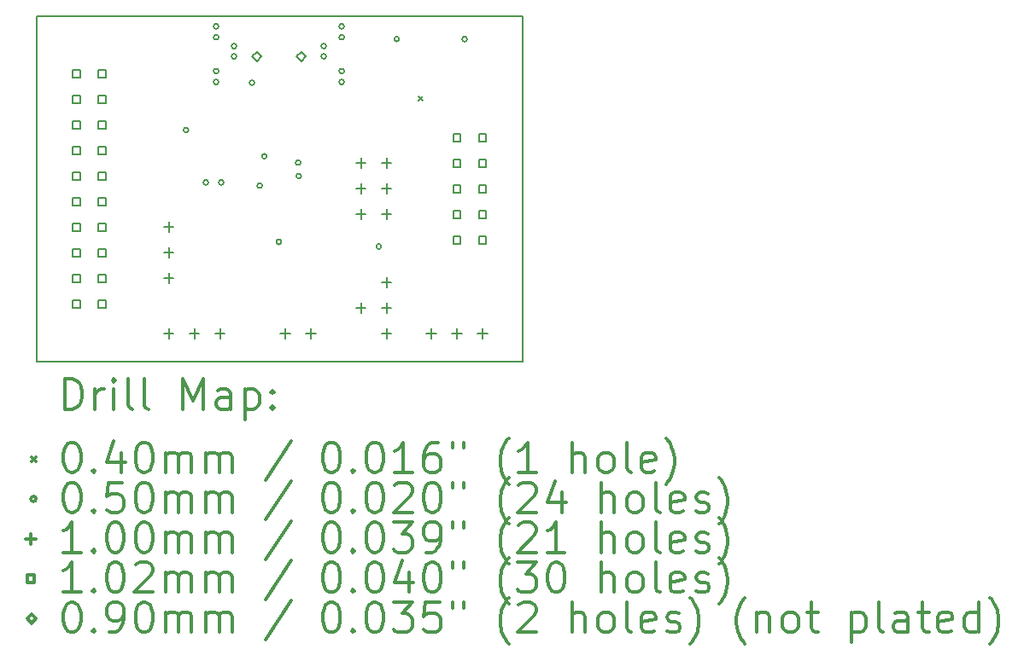
<source format=gbr>
%FSLAX45Y45*%
G04 Gerber Fmt 4.5, Leading zero omitted, Abs format (unit mm)*
G04 Created by KiCad (PCBNEW (2017-05-12 revision b823d0b78)-makepkg) date 05/13/17 14:09:14*
%MOMM*%
%LPD*%
G01*
G04 APERTURE LIST*
%ADD10C,0.127000*%
%ADD11C,0.150000*%
%ADD12C,0.200000*%
%ADD13C,0.300000*%
G04 APERTURE END LIST*
D10*
D11*
X10033000Y-6540500D02*
X5219700Y-6540500D01*
X10033000Y-9969500D02*
X10033000Y-6540500D01*
X5219700Y-9969500D02*
X10033000Y-9969500D01*
X5219700Y-6540500D02*
X5219700Y-9969500D01*
D12*
X9007160Y-7340920D02*
X9047160Y-7380920D01*
X9047160Y-7340920D02*
X9007160Y-7380920D01*
X6724250Y-7670800D02*
G75*
G03X6724250Y-7670800I-25000J0D01*
G01*
X6921100Y-8191500D02*
G75*
G03X6921100Y-8191500I-25000J0D01*
G01*
X7022700Y-6642100D02*
G75*
G03X7022700Y-6642100I-25000J0D01*
G01*
X7022700Y-6750050D02*
G75*
G03X7022700Y-6750050I-25000J0D01*
G01*
X7022700Y-7086600D02*
G75*
G03X7022700Y-7086600I-25000J0D01*
G01*
X7022700Y-7194550D02*
G75*
G03X7022700Y-7194550I-25000J0D01*
G01*
X7073500Y-8191500D02*
G75*
G03X7073500Y-8191500I-25000J0D01*
G01*
X7200000Y-6838950D02*
G75*
G03X7200000Y-6838950I-25000J0D01*
G01*
X7200000Y-6940550D02*
G75*
G03X7200000Y-6940550I-25000J0D01*
G01*
X7378300Y-7201500D02*
G75*
G03X7378300Y-7201500I-25000J0D01*
G01*
X7454500Y-8223250D02*
G75*
G03X7454500Y-8223250I-25000J0D01*
G01*
X7499470Y-7931630D02*
G75*
G03X7499470Y-7931630I-25000J0D01*
G01*
X7645000Y-8782050D02*
G75*
G03X7645000Y-8782050I-25000J0D01*
G01*
X7835500Y-7994650D02*
G75*
G03X7835500Y-7994650I-25000J0D01*
G01*
X7841850Y-8128000D02*
G75*
G03X7841850Y-8128000I-25000J0D01*
G01*
X8090000Y-6838950D02*
G75*
G03X8090000Y-6838950I-25000J0D01*
G01*
X8090000Y-6940550D02*
G75*
G03X8090000Y-6940550I-25000J0D01*
G01*
X8267300Y-6642100D02*
G75*
G03X8267300Y-6642100I-25000J0D01*
G01*
X8267300Y-6750050D02*
G75*
G03X8267300Y-6750050I-25000J0D01*
G01*
X8267300Y-7086600D02*
G75*
G03X8267300Y-7086600I-25000J0D01*
G01*
X8267300Y-7194550D02*
G75*
G03X8267300Y-7194550I-25000J0D01*
G01*
X8635600Y-8827353D02*
G75*
G03X8635600Y-8827353I-25000J0D01*
G01*
X8813400Y-6769100D02*
G75*
G03X8813400Y-6769100I-25000J0D01*
G01*
X9486500Y-6769100D02*
G75*
G03X9486500Y-6769100I-25000J0D01*
G01*
X7683500Y-9640100D02*
X7683500Y-9740100D01*
X7633500Y-9690100D02*
X7733500Y-9690100D01*
X7937500Y-9640100D02*
X7937500Y-9740100D01*
X7887500Y-9690100D02*
X7987500Y-9690100D01*
X6527800Y-9640100D02*
X6527800Y-9740100D01*
X6477800Y-9690100D02*
X6577800Y-9690100D01*
X6781800Y-9640100D02*
X6781800Y-9740100D01*
X6731800Y-9690100D02*
X6831800Y-9690100D01*
X7035800Y-9640100D02*
X7035800Y-9740100D01*
X6985800Y-9690100D02*
X7085800Y-9690100D01*
X8432800Y-9386100D02*
X8432800Y-9486100D01*
X8382800Y-9436100D02*
X8482800Y-9436100D01*
X8686800Y-9132100D02*
X8686800Y-9232100D01*
X8636800Y-9182100D02*
X8736800Y-9182100D01*
X8686800Y-9386100D02*
X8686800Y-9486100D01*
X8636800Y-9436100D02*
X8736800Y-9436100D01*
X8686800Y-9640100D02*
X8686800Y-9740100D01*
X8636800Y-9690100D02*
X8736800Y-9690100D01*
X9131300Y-9640100D02*
X9131300Y-9740100D01*
X9081300Y-9690100D02*
X9181300Y-9690100D01*
X9385300Y-9640100D02*
X9385300Y-9740100D01*
X9335300Y-9690100D02*
X9435300Y-9690100D01*
X9639300Y-9640100D02*
X9639300Y-9740100D01*
X9589300Y-9690100D02*
X9689300Y-9690100D01*
X8432800Y-7951000D02*
X8432800Y-8051000D01*
X8382800Y-8001000D02*
X8482800Y-8001000D01*
X8432800Y-8205000D02*
X8432800Y-8305000D01*
X8382800Y-8255000D02*
X8482800Y-8255000D01*
X8432800Y-8459000D02*
X8432800Y-8559000D01*
X8382800Y-8509000D02*
X8482800Y-8509000D01*
X8686800Y-7951000D02*
X8686800Y-8051000D01*
X8636800Y-8001000D02*
X8736800Y-8001000D01*
X8686800Y-8205000D02*
X8686800Y-8305000D01*
X8636800Y-8255000D02*
X8736800Y-8255000D01*
X8686800Y-8459000D02*
X8686800Y-8559000D01*
X8636800Y-8509000D02*
X8736800Y-8509000D01*
X6527800Y-8586000D02*
X6527800Y-8686000D01*
X6477800Y-8636000D02*
X6577800Y-8636000D01*
X6527800Y-8840000D02*
X6527800Y-8940000D01*
X6477800Y-8890000D02*
X6577800Y-8890000D01*
X6527800Y-9094000D02*
X6527800Y-9194000D01*
X6477800Y-9144000D02*
X6577800Y-9144000D01*
X9421221Y-7782921D02*
X9421221Y-7711079D01*
X9349379Y-7711079D01*
X9349379Y-7782921D01*
X9421221Y-7782921D01*
X9421221Y-8036921D02*
X9421221Y-7965079D01*
X9349379Y-7965079D01*
X9349379Y-8036921D01*
X9421221Y-8036921D01*
X9421221Y-8290921D02*
X9421221Y-8219079D01*
X9349379Y-8219079D01*
X9349379Y-8290921D01*
X9421221Y-8290921D01*
X9421221Y-8544921D02*
X9421221Y-8473079D01*
X9349379Y-8473079D01*
X9349379Y-8544921D01*
X9421221Y-8544921D01*
X9421221Y-8798921D02*
X9421221Y-8727079D01*
X9349379Y-8727079D01*
X9349379Y-8798921D01*
X9421221Y-8798921D01*
X9675221Y-7782921D02*
X9675221Y-7711079D01*
X9603379Y-7711079D01*
X9603379Y-7782921D01*
X9675221Y-7782921D01*
X9675221Y-8036921D02*
X9675221Y-7965079D01*
X9603379Y-7965079D01*
X9603379Y-8036921D01*
X9675221Y-8036921D01*
X9675221Y-8290921D02*
X9675221Y-8219079D01*
X9603379Y-8219079D01*
X9603379Y-8290921D01*
X9675221Y-8290921D01*
X9675221Y-8544921D02*
X9675221Y-8473079D01*
X9603379Y-8473079D01*
X9603379Y-8544921D01*
X9675221Y-8544921D01*
X9675221Y-8798921D02*
X9675221Y-8727079D01*
X9603379Y-8727079D01*
X9603379Y-8798921D01*
X9675221Y-8798921D01*
X5649321Y-7147921D02*
X5649321Y-7076079D01*
X5577479Y-7076079D01*
X5577479Y-7147921D01*
X5649321Y-7147921D01*
X5649321Y-7401921D02*
X5649321Y-7330079D01*
X5577479Y-7330079D01*
X5577479Y-7401921D01*
X5649321Y-7401921D01*
X5649321Y-7655921D02*
X5649321Y-7584079D01*
X5577479Y-7584079D01*
X5577479Y-7655921D01*
X5649321Y-7655921D01*
X5649321Y-7909921D02*
X5649321Y-7838079D01*
X5577479Y-7838079D01*
X5577479Y-7909921D01*
X5649321Y-7909921D01*
X5649321Y-8163921D02*
X5649321Y-8092079D01*
X5577479Y-8092079D01*
X5577479Y-8163921D01*
X5649321Y-8163921D01*
X5649321Y-8417921D02*
X5649321Y-8346079D01*
X5577479Y-8346079D01*
X5577479Y-8417921D01*
X5649321Y-8417921D01*
X5649321Y-8671921D02*
X5649321Y-8600079D01*
X5577479Y-8600079D01*
X5577479Y-8671921D01*
X5649321Y-8671921D01*
X5649321Y-8925921D02*
X5649321Y-8854079D01*
X5577479Y-8854079D01*
X5577479Y-8925921D01*
X5649321Y-8925921D01*
X5649321Y-9179921D02*
X5649321Y-9108079D01*
X5577479Y-9108079D01*
X5577479Y-9179921D01*
X5649321Y-9179921D01*
X5649321Y-9433921D02*
X5649321Y-9362079D01*
X5577479Y-9362079D01*
X5577479Y-9433921D01*
X5649321Y-9433921D01*
X5903321Y-7147921D02*
X5903321Y-7076079D01*
X5831479Y-7076079D01*
X5831479Y-7147921D01*
X5903321Y-7147921D01*
X5903321Y-7401921D02*
X5903321Y-7330079D01*
X5831479Y-7330079D01*
X5831479Y-7401921D01*
X5903321Y-7401921D01*
X5903321Y-7655921D02*
X5903321Y-7584079D01*
X5831479Y-7584079D01*
X5831479Y-7655921D01*
X5903321Y-7655921D01*
X5903321Y-7909921D02*
X5903321Y-7838079D01*
X5831479Y-7838079D01*
X5831479Y-7909921D01*
X5903321Y-7909921D01*
X5903321Y-8163921D02*
X5903321Y-8092079D01*
X5831479Y-8092079D01*
X5831479Y-8163921D01*
X5903321Y-8163921D01*
X5903321Y-8417921D02*
X5903321Y-8346079D01*
X5831479Y-8346079D01*
X5831479Y-8417921D01*
X5903321Y-8417921D01*
X5903321Y-8671921D02*
X5903321Y-8600079D01*
X5831479Y-8600079D01*
X5831479Y-8671921D01*
X5903321Y-8671921D01*
X5903321Y-8925921D02*
X5903321Y-8854079D01*
X5831479Y-8854079D01*
X5831479Y-8925921D01*
X5903321Y-8925921D01*
X5903321Y-9179921D02*
X5903321Y-9108079D01*
X5831479Y-9108079D01*
X5831479Y-9179921D01*
X5903321Y-9179921D01*
X5903321Y-9433921D02*
X5903321Y-9362079D01*
X5831479Y-9362079D01*
X5831479Y-9433921D01*
X5903321Y-9433921D01*
X7400000Y-6986500D02*
X7445000Y-6941500D01*
X7400000Y-6896500D01*
X7355000Y-6941500D01*
X7400000Y-6986500D01*
X7840000Y-6986500D02*
X7885000Y-6941500D01*
X7840000Y-6896500D01*
X7795000Y-6941500D01*
X7840000Y-6986500D01*
D13*
X5498628Y-10442714D02*
X5498628Y-10142714D01*
X5570057Y-10142714D01*
X5612914Y-10157000D01*
X5641486Y-10185572D01*
X5655771Y-10214143D01*
X5670057Y-10271286D01*
X5670057Y-10314143D01*
X5655771Y-10371286D01*
X5641486Y-10399857D01*
X5612914Y-10428429D01*
X5570057Y-10442714D01*
X5498628Y-10442714D01*
X5798628Y-10442714D02*
X5798628Y-10242714D01*
X5798628Y-10299857D02*
X5812914Y-10271286D01*
X5827200Y-10257000D01*
X5855771Y-10242714D01*
X5884343Y-10242714D01*
X5984343Y-10442714D02*
X5984343Y-10242714D01*
X5984343Y-10142714D02*
X5970057Y-10157000D01*
X5984343Y-10171286D01*
X5998628Y-10157000D01*
X5984343Y-10142714D01*
X5984343Y-10171286D01*
X6170057Y-10442714D02*
X6141486Y-10428429D01*
X6127200Y-10399857D01*
X6127200Y-10142714D01*
X6327200Y-10442714D02*
X6298628Y-10428429D01*
X6284343Y-10399857D01*
X6284343Y-10142714D01*
X6670057Y-10442714D02*
X6670057Y-10142714D01*
X6770057Y-10357000D01*
X6870057Y-10142714D01*
X6870057Y-10442714D01*
X7141486Y-10442714D02*
X7141486Y-10285572D01*
X7127200Y-10257000D01*
X7098628Y-10242714D01*
X7041486Y-10242714D01*
X7012914Y-10257000D01*
X7141486Y-10428429D02*
X7112914Y-10442714D01*
X7041486Y-10442714D01*
X7012914Y-10428429D01*
X6998628Y-10399857D01*
X6998628Y-10371286D01*
X7012914Y-10342714D01*
X7041486Y-10328429D01*
X7112914Y-10328429D01*
X7141486Y-10314143D01*
X7284343Y-10242714D02*
X7284343Y-10542714D01*
X7284343Y-10257000D02*
X7312914Y-10242714D01*
X7370057Y-10242714D01*
X7398628Y-10257000D01*
X7412914Y-10271286D01*
X7427200Y-10299857D01*
X7427200Y-10385572D01*
X7412914Y-10414143D01*
X7398628Y-10428429D01*
X7370057Y-10442714D01*
X7312914Y-10442714D01*
X7284343Y-10428429D01*
X7555771Y-10414143D02*
X7570057Y-10428429D01*
X7555771Y-10442714D01*
X7541486Y-10428429D01*
X7555771Y-10414143D01*
X7555771Y-10442714D01*
X7555771Y-10257000D02*
X7570057Y-10271286D01*
X7555771Y-10285572D01*
X7541486Y-10271286D01*
X7555771Y-10257000D01*
X7555771Y-10285572D01*
X5172200Y-10917000D02*
X5212200Y-10957000D01*
X5212200Y-10917000D02*
X5172200Y-10957000D01*
X5555771Y-10772714D02*
X5584343Y-10772714D01*
X5612914Y-10787000D01*
X5627200Y-10801286D01*
X5641486Y-10829857D01*
X5655771Y-10887000D01*
X5655771Y-10958429D01*
X5641486Y-11015572D01*
X5627200Y-11044143D01*
X5612914Y-11058429D01*
X5584343Y-11072714D01*
X5555771Y-11072714D01*
X5527200Y-11058429D01*
X5512914Y-11044143D01*
X5498628Y-11015572D01*
X5484343Y-10958429D01*
X5484343Y-10887000D01*
X5498628Y-10829857D01*
X5512914Y-10801286D01*
X5527200Y-10787000D01*
X5555771Y-10772714D01*
X5784343Y-11044143D02*
X5798628Y-11058429D01*
X5784343Y-11072714D01*
X5770057Y-11058429D01*
X5784343Y-11044143D01*
X5784343Y-11072714D01*
X6055771Y-10872714D02*
X6055771Y-11072714D01*
X5984343Y-10758429D02*
X5912914Y-10972714D01*
X6098628Y-10972714D01*
X6270057Y-10772714D02*
X6298628Y-10772714D01*
X6327200Y-10787000D01*
X6341486Y-10801286D01*
X6355771Y-10829857D01*
X6370057Y-10887000D01*
X6370057Y-10958429D01*
X6355771Y-11015572D01*
X6341486Y-11044143D01*
X6327200Y-11058429D01*
X6298628Y-11072714D01*
X6270057Y-11072714D01*
X6241486Y-11058429D01*
X6227200Y-11044143D01*
X6212914Y-11015572D01*
X6198628Y-10958429D01*
X6198628Y-10887000D01*
X6212914Y-10829857D01*
X6227200Y-10801286D01*
X6241486Y-10787000D01*
X6270057Y-10772714D01*
X6498628Y-11072714D02*
X6498628Y-10872714D01*
X6498628Y-10901286D02*
X6512914Y-10887000D01*
X6541486Y-10872714D01*
X6584343Y-10872714D01*
X6612914Y-10887000D01*
X6627200Y-10915572D01*
X6627200Y-11072714D01*
X6627200Y-10915572D02*
X6641486Y-10887000D01*
X6670057Y-10872714D01*
X6712914Y-10872714D01*
X6741486Y-10887000D01*
X6755771Y-10915572D01*
X6755771Y-11072714D01*
X6898628Y-11072714D02*
X6898628Y-10872714D01*
X6898628Y-10901286D02*
X6912914Y-10887000D01*
X6941486Y-10872714D01*
X6984343Y-10872714D01*
X7012914Y-10887000D01*
X7027200Y-10915572D01*
X7027200Y-11072714D01*
X7027200Y-10915572D02*
X7041486Y-10887000D01*
X7070057Y-10872714D01*
X7112914Y-10872714D01*
X7141486Y-10887000D01*
X7155771Y-10915572D01*
X7155771Y-11072714D01*
X7741486Y-10758429D02*
X7484343Y-11144143D01*
X8127200Y-10772714D02*
X8155771Y-10772714D01*
X8184343Y-10787000D01*
X8198628Y-10801286D01*
X8212914Y-10829857D01*
X8227200Y-10887000D01*
X8227200Y-10958429D01*
X8212914Y-11015572D01*
X8198628Y-11044143D01*
X8184343Y-11058429D01*
X8155771Y-11072714D01*
X8127200Y-11072714D01*
X8098628Y-11058429D01*
X8084343Y-11044143D01*
X8070057Y-11015572D01*
X8055771Y-10958429D01*
X8055771Y-10887000D01*
X8070057Y-10829857D01*
X8084343Y-10801286D01*
X8098628Y-10787000D01*
X8127200Y-10772714D01*
X8355771Y-11044143D02*
X8370057Y-11058429D01*
X8355771Y-11072714D01*
X8341486Y-11058429D01*
X8355771Y-11044143D01*
X8355771Y-11072714D01*
X8555771Y-10772714D02*
X8584343Y-10772714D01*
X8612914Y-10787000D01*
X8627200Y-10801286D01*
X8641486Y-10829857D01*
X8655771Y-10887000D01*
X8655771Y-10958429D01*
X8641486Y-11015572D01*
X8627200Y-11044143D01*
X8612914Y-11058429D01*
X8584343Y-11072714D01*
X8555771Y-11072714D01*
X8527200Y-11058429D01*
X8512914Y-11044143D01*
X8498628Y-11015572D01*
X8484343Y-10958429D01*
X8484343Y-10887000D01*
X8498628Y-10829857D01*
X8512914Y-10801286D01*
X8527200Y-10787000D01*
X8555771Y-10772714D01*
X8941486Y-11072714D02*
X8770057Y-11072714D01*
X8855771Y-11072714D02*
X8855771Y-10772714D01*
X8827200Y-10815572D01*
X8798628Y-10844143D01*
X8770057Y-10858429D01*
X9198628Y-10772714D02*
X9141486Y-10772714D01*
X9112914Y-10787000D01*
X9098628Y-10801286D01*
X9070057Y-10844143D01*
X9055771Y-10901286D01*
X9055771Y-11015572D01*
X9070057Y-11044143D01*
X9084343Y-11058429D01*
X9112914Y-11072714D01*
X9170057Y-11072714D01*
X9198628Y-11058429D01*
X9212914Y-11044143D01*
X9227200Y-11015572D01*
X9227200Y-10944143D01*
X9212914Y-10915572D01*
X9198628Y-10901286D01*
X9170057Y-10887000D01*
X9112914Y-10887000D01*
X9084343Y-10901286D01*
X9070057Y-10915572D01*
X9055771Y-10944143D01*
X9341486Y-10772714D02*
X9341486Y-10829857D01*
X9455771Y-10772714D02*
X9455771Y-10829857D01*
X9898628Y-11187000D02*
X9884343Y-11172714D01*
X9855771Y-11129857D01*
X9841486Y-11101286D01*
X9827200Y-11058429D01*
X9812914Y-10987000D01*
X9812914Y-10929857D01*
X9827200Y-10858429D01*
X9841486Y-10815572D01*
X9855771Y-10787000D01*
X9884343Y-10744143D01*
X9898628Y-10729857D01*
X10170057Y-11072714D02*
X9998628Y-11072714D01*
X10084343Y-11072714D02*
X10084343Y-10772714D01*
X10055771Y-10815572D01*
X10027200Y-10844143D01*
X9998628Y-10858429D01*
X10527200Y-11072714D02*
X10527200Y-10772714D01*
X10655771Y-11072714D02*
X10655771Y-10915572D01*
X10641486Y-10887000D01*
X10612914Y-10872714D01*
X10570057Y-10872714D01*
X10541486Y-10887000D01*
X10527200Y-10901286D01*
X10841486Y-11072714D02*
X10812914Y-11058429D01*
X10798628Y-11044143D01*
X10784343Y-11015572D01*
X10784343Y-10929857D01*
X10798628Y-10901286D01*
X10812914Y-10887000D01*
X10841486Y-10872714D01*
X10884343Y-10872714D01*
X10912914Y-10887000D01*
X10927200Y-10901286D01*
X10941486Y-10929857D01*
X10941486Y-11015572D01*
X10927200Y-11044143D01*
X10912914Y-11058429D01*
X10884343Y-11072714D01*
X10841486Y-11072714D01*
X11112914Y-11072714D02*
X11084343Y-11058429D01*
X11070057Y-11029857D01*
X11070057Y-10772714D01*
X11341486Y-11058429D02*
X11312914Y-11072714D01*
X11255771Y-11072714D01*
X11227200Y-11058429D01*
X11212914Y-11029857D01*
X11212914Y-10915572D01*
X11227200Y-10887000D01*
X11255771Y-10872714D01*
X11312914Y-10872714D01*
X11341486Y-10887000D01*
X11355771Y-10915572D01*
X11355771Y-10944143D01*
X11212914Y-10972714D01*
X11455771Y-11187000D02*
X11470057Y-11172714D01*
X11498628Y-11129857D01*
X11512914Y-11101286D01*
X11527200Y-11058429D01*
X11541486Y-10987000D01*
X11541486Y-10929857D01*
X11527200Y-10858429D01*
X11512914Y-10815572D01*
X11498628Y-10787000D01*
X11470057Y-10744143D01*
X11455771Y-10729857D01*
X5212200Y-11333000D02*
G75*
G03X5212200Y-11333000I-25000J0D01*
G01*
X5555771Y-11168714D02*
X5584343Y-11168714D01*
X5612914Y-11183000D01*
X5627200Y-11197286D01*
X5641486Y-11225857D01*
X5655771Y-11283000D01*
X5655771Y-11354429D01*
X5641486Y-11411571D01*
X5627200Y-11440143D01*
X5612914Y-11454429D01*
X5584343Y-11468714D01*
X5555771Y-11468714D01*
X5527200Y-11454429D01*
X5512914Y-11440143D01*
X5498628Y-11411571D01*
X5484343Y-11354429D01*
X5484343Y-11283000D01*
X5498628Y-11225857D01*
X5512914Y-11197286D01*
X5527200Y-11183000D01*
X5555771Y-11168714D01*
X5784343Y-11440143D02*
X5798628Y-11454429D01*
X5784343Y-11468714D01*
X5770057Y-11454429D01*
X5784343Y-11440143D01*
X5784343Y-11468714D01*
X6070057Y-11168714D02*
X5927200Y-11168714D01*
X5912914Y-11311571D01*
X5927200Y-11297286D01*
X5955771Y-11283000D01*
X6027200Y-11283000D01*
X6055771Y-11297286D01*
X6070057Y-11311571D01*
X6084343Y-11340143D01*
X6084343Y-11411571D01*
X6070057Y-11440143D01*
X6055771Y-11454429D01*
X6027200Y-11468714D01*
X5955771Y-11468714D01*
X5927200Y-11454429D01*
X5912914Y-11440143D01*
X6270057Y-11168714D02*
X6298628Y-11168714D01*
X6327200Y-11183000D01*
X6341486Y-11197286D01*
X6355771Y-11225857D01*
X6370057Y-11283000D01*
X6370057Y-11354429D01*
X6355771Y-11411571D01*
X6341486Y-11440143D01*
X6327200Y-11454429D01*
X6298628Y-11468714D01*
X6270057Y-11468714D01*
X6241486Y-11454429D01*
X6227200Y-11440143D01*
X6212914Y-11411571D01*
X6198628Y-11354429D01*
X6198628Y-11283000D01*
X6212914Y-11225857D01*
X6227200Y-11197286D01*
X6241486Y-11183000D01*
X6270057Y-11168714D01*
X6498628Y-11468714D02*
X6498628Y-11268714D01*
X6498628Y-11297286D02*
X6512914Y-11283000D01*
X6541486Y-11268714D01*
X6584343Y-11268714D01*
X6612914Y-11283000D01*
X6627200Y-11311571D01*
X6627200Y-11468714D01*
X6627200Y-11311571D02*
X6641486Y-11283000D01*
X6670057Y-11268714D01*
X6712914Y-11268714D01*
X6741486Y-11283000D01*
X6755771Y-11311571D01*
X6755771Y-11468714D01*
X6898628Y-11468714D02*
X6898628Y-11268714D01*
X6898628Y-11297286D02*
X6912914Y-11283000D01*
X6941486Y-11268714D01*
X6984343Y-11268714D01*
X7012914Y-11283000D01*
X7027200Y-11311571D01*
X7027200Y-11468714D01*
X7027200Y-11311571D02*
X7041486Y-11283000D01*
X7070057Y-11268714D01*
X7112914Y-11268714D01*
X7141486Y-11283000D01*
X7155771Y-11311571D01*
X7155771Y-11468714D01*
X7741486Y-11154429D02*
X7484343Y-11540143D01*
X8127200Y-11168714D02*
X8155771Y-11168714D01*
X8184343Y-11183000D01*
X8198628Y-11197286D01*
X8212914Y-11225857D01*
X8227200Y-11283000D01*
X8227200Y-11354429D01*
X8212914Y-11411571D01*
X8198628Y-11440143D01*
X8184343Y-11454429D01*
X8155771Y-11468714D01*
X8127200Y-11468714D01*
X8098628Y-11454429D01*
X8084343Y-11440143D01*
X8070057Y-11411571D01*
X8055771Y-11354429D01*
X8055771Y-11283000D01*
X8070057Y-11225857D01*
X8084343Y-11197286D01*
X8098628Y-11183000D01*
X8127200Y-11168714D01*
X8355771Y-11440143D02*
X8370057Y-11454429D01*
X8355771Y-11468714D01*
X8341486Y-11454429D01*
X8355771Y-11440143D01*
X8355771Y-11468714D01*
X8555771Y-11168714D02*
X8584343Y-11168714D01*
X8612914Y-11183000D01*
X8627200Y-11197286D01*
X8641486Y-11225857D01*
X8655771Y-11283000D01*
X8655771Y-11354429D01*
X8641486Y-11411571D01*
X8627200Y-11440143D01*
X8612914Y-11454429D01*
X8584343Y-11468714D01*
X8555771Y-11468714D01*
X8527200Y-11454429D01*
X8512914Y-11440143D01*
X8498628Y-11411571D01*
X8484343Y-11354429D01*
X8484343Y-11283000D01*
X8498628Y-11225857D01*
X8512914Y-11197286D01*
X8527200Y-11183000D01*
X8555771Y-11168714D01*
X8770057Y-11197286D02*
X8784343Y-11183000D01*
X8812914Y-11168714D01*
X8884343Y-11168714D01*
X8912914Y-11183000D01*
X8927200Y-11197286D01*
X8941486Y-11225857D01*
X8941486Y-11254429D01*
X8927200Y-11297286D01*
X8755771Y-11468714D01*
X8941486Y-11468714D01*
X9127200Y-11168714D02*
X9155771Y-11168714D01*
X9184343Y-11183000D01*
X9198628Y-11197286D01*
X9212914Y-11225857D01*
X9227200Y-11283000D01*
X9227200Y-11354429D01*
X9212914Y-11411571D01*
X9198628Y-11440143D01*
X9184343Y-11454429D01*
X9155771Y-11468714D01*
X9127200Y-11468714D01*
X9098628Y-11454429D01*
X9084343Y-11440143D01*
X9070057Y-11411571D01*
X9055771Y-11354429D01*
X9055771Y-11283000D01*
X9070057Y-11225857D01*
X9084343Y-11197286D01*
X9098628Y-11183000D01*
X9127200Y-11168714D01*
X9341486Y-11168714D02*
X9341486Y-11225857D01*
X9455771Y-11168714D02*
X9455771Y-11225857D01*
X9898628Y-11583000D02*
X9884343Y-11568714D01*
X9855771Y-11525857D01*
X9841486Y-11497286D01*
X9827200Y-11454429D01*
X9812914Y-11383000D01*
X9812914Y-11325857D01*
X9827200Y-11254429D01*
X9841486Y-11211571D01*
X9855771Y-11183000D01*
X9884343Y-11140143D01*
X9898628Y-11125857D01*
X9998628Y-11197286D02*
X10012914Y-11183000D01*
X10041486Y-11168714D01*
X10112914Y-11168714D01*
X10141486Y-11183000D01*
X10155771Y-11197286D01*
X10170057Y-11225857D01*
X10170057Y-11254429D01*
X10155771Y-11297286D01*
X9984343Y-11468714D01*
X10170057Y-11468714D01*
X10427200Y-11268714D02*
X10427200Y-11468714D01*
X10355771Y-11154429D02*
X10284343Y-11368714D01*
X10470057Y-11368714D01*
X10812914Y-11468714D02*
X10812914Y-11168714D01*
X10941486Y-11468714D02*
X10941486Y-11311571D01*
X10927200Y-11283000D01*
X10898628Y-11268714D01*
X10855771Y-11268714D01*
X10827200Y-11283000D01*
X10812914Y-11297286D01*
X11127200Y-11468714D02*
X11098628Y-11454429D01*
X11084343Y-11440143D01*
X11070057Y-11411571D01*
X11070057Y-11325857D01*
X11084343Y-11297286D01*
X11098628Y-11283000D01*
X11127200Y-11268714D01*
X11170057Y-11268714D01*
X11198628Y-11283000D01*
X11212914Y-11297286D01*
X11227200Y-11325857D01*
X11227200Y-11411571D01*
X11212914Y-11440143D01*
X11198628Y-11454429D01*
X11170057Y-11468714D01*
X11127200Y-11468714D01*
X11398628Y-11468714D02*
X11370057Y-11454429D01*
X11355771Y-11425857D01*
X11355771Y-11168714D01*
X11627200Y-11454429D02*
X11598628Y-11468714D01*
X11541486Y-11468714D01*
X11512914Y-11454429D01*
X11498628Y-11425857D01*
X11498628Y-11311571D01*
X11512914Y-11283000D01*
X11541486Y-11268714D01*
X11598628Y-11268714D01*
X11627200Y-11283000D01*
X11641486Y-11311571D01*
X11641486Y-11340143D01*
X11498628Y-11368714D01*
X11755771Y-11454429D02*
X11784343Y-11468714D01*
X11841486Y-11468714D01*
X11870057Y-11454429D01*
X11884343Y-11425857D01*
X11884343Y-11411571D01*
X11870057Y-11383000D01*
X11841486Y-11368714D01*
X11798628Y-11368714D01*
X11770057Y-11354429D01*
X11755771Y-11325857D01*
X11755771Y-11311571D01*
X11770057Y-11283000D01*
X11798628Y-11268714D01*
X11841486Y-11268714D01*
X11870057Y-11283000D01*
X11984343Y-11583000D02*
X11998628Y-11568714D01*
X12027200Y-11525857D01*
X12041486Y-11497286D01*
X12055771Y-11454429D01*
X12070057Y-11383000D01*
X12070057Y-11325857D01*
X12055771Y-11254429D01*
X12041486Y-11211571D01*
X12027200Y-11183000D01*
X11998628Y-11140143D01*
X11984343Y-11125857D01*
X5162200Y-11679000D02*
X5162200Y-11779000D01*
X5112200Y-11729000D02*
X5212200Y-11729000D01*
X5655771Y-11864714D02*
X5484343Y-11864714D01*
X5570057Y-11864714D02*
X5570057Y-11564714D01*
X5541486Y-11607571D01*
X5512914Y-11636143D01*
X5484343Y-11650429D01*
X5784343Y-11836143D02*
X5798628Y-11850429D01*
X5784343Y-11864714D01*
X5770057Y-11850429D01*
X5784343Y-11836143D01*
X5784343Y-11864714D01*
X5984343Y-11564714D02*
X6012914Y-11564714D01*
X6041486Y-11579000D01*
X6055771Y-11593286D01*
X6070057Y-11621857D01*
X6084343Y-11679000D01*
X6084343Y-11750429D01*
X6070057Y-11807571D01*
X6055771Y-11836143D01*
X6041486Y-11850429D01*
X6012914Y-11864714D01*
X5984343Y-11864714D01*
X5955771Y-11850429D01*
X5941486Y-11836143D01*
X5927200Y-11807571D01*
X5912914Y-11750429D01*
X5912914Y-11679000D01*
X5927200Y-11621857D01*
X5941486Y-11593286D01*
X5955771Y-11579000D01*
X5984343Y-11564714D01*
X6270057Y-11564714D02*
X6298628Y-11564714D01*
X6327200Y-11579000D01*
X6341486Y-11593286D01*
X6355771Y-11621857D01*
X6370057Y-11679000D01*
X6370057Y-11750429D01*
X6355771Y-11807571D01*
X6341486Y-11836143D01*
X6327200Y-11850429D01*
X6298628Y-11864714D01*
X6270057Y-11864714D01*
X6241486Y-11850429D01*
X6227200Y-11836143D01*
X6212914Y-11807571D01*
X6198628Y-11750429D01*
X6198628Y-11679000D01*
X6212914Y-11621857D01*
X6227200Y-11593286D01*
X6241486Y-11579000D01*
X6270057Y-11564714D01*
X6498628Y-11864714D02*
X6498628Y-11664714D01*
X6498628Y-11693286D02*
X6512914Y-11679000D01*
X6541486Y-11664714D01*
X6584343Y-11664714D01*
X6612914Y-11679000D01*
X6627200Y-11707571D01*
X6627200Y-11864714D01*
X6627200Y-11707571D02*
X6641486Y-11679000D01*
X6670057Y-11664714D01*
X6712914Y-11664714D01*
X6741486Y-11679000D01*
X6755771Y-11707571D01*
X6755771Y-11864714D01*
X6898628Y-11864714D02*
X6898628Y-11664714D01*
X6898628Y-11693286D02*
X6912914Y-11679000D01*
X6941486Y-11664714D01*
X6984343Y-11664714D01*
X7012914Y-11679000D01*
X7027200Y-11707571D01*
X7027200Y-11864714D01*
X7027200Y-11707571D02*
X7041486Y-11679000D01*
X7070057Y-11664714D01*
X7112914Y-11664714D01*
X7141486Y-11679000D01*
X7155771Y-11707571D01*
X7155771Y-11864714D01*
X7741486Y-11550429D02*
X7484343Y-11936143D01*
X8127200Y-11564714D02*
X8155771Y-11564714D01*
X8184343Y-11579000D01*
X8198628Y-11593286D01*
X8212914Y-11621857D01*
X8227200Y-11679000D01*
X8227200Y-11750429D01*
X8212914Y-11807571D01*
X8198628Y-11836143D01*
X8184343Y-11850429D01*
X8155771Y-11864714D01*
X8127200Y-11864714D01*
X8098628Y-11850429D01*
X8084343Y-11836143D01*
X8070057Y-11807571D01*
X8055771Y-11750429D01*
X8055771Y-11679000D01*
X8070057Y-11621857D01*
X8084343Y-11593286D01*
X8098628Y-11579000D01*
X8127200Y-11564714D01*
X8355771Y-11836143D02*
X8370057Y-11850429D01*
X8355771Y-11864714D01*
X8341486Y-11850429D01*
X8355771Y-11836143D01*
X8355771Y-11864714D01*
X8555771Y-11564714D02*
X8584343Y-11564714D01*
X8612914Y-11579000D01*
X8627200Y-11593286D01*
X8641486Y-11621857D01*
X8655771Y-11679000D01*
X8655771Y-11750429D01*
X8641486Y-11807571D01*
X8627200Y-11836143D01*
X8612914Y-11850429D01*
X8584343Y-11864714D01*
X8555771Y-11864714D01*
X8527200Y-11850429D01*
X8512914Y-11836143D01*
X8498628Y-11807571D01*
X8484343Y-11750429D01*
X8484343Y-11679000D01*
X8498628Y-11621857D01*
X8512914Y-11593286D01*
X8527200Y-11579000D01*
X8555771Y-11564714D01*
X8755771Y-11564714D02*
X8941486Y-11564714D01*
X8841486Y-11679000D01*
X8884343Y-11679000D01*
X8912914Y-11693286D01*
X8927200Y-11707571D01*
X8941486Y-11736143D01*
X8941486Y-11807571D01*
X8927200Y-11836143D01*
X8912914Y-11850429D01*
X8884343Y-11864714D01*
X8798628Y-11864714D01*
X8770057Y-11850429D01*
X8755771Y-11836143D01*
X9084343Y-11864714D02*
X9141486Y-11864714D01*
X9170057Y-11850429D01*
X9184343Y-11836143D01*
X9212914Y-11793286D01*
X9227200Y-11736143D01*
X9227200Y-11621857D01*
X9212914Y-11593286D01*
X9198628Y-11579000D01*
X9170057Y-11564714D01*
X9112914Y-11564714D01*
X9084343Y-11579000D01*
X9070057Y-11593286D01*
X9055771Y-11621857D01*
X9055771Y-11693286D01*
X9070057Y-11721857D01*
X9084343Y-11736143D01*
X9112914Y-11750429D01*
X9170057Y-11750429D01*
X9198628Y-11736143D01*
X9212914Y-11721857D01*
X9227200Y-11693286D01*
X9341486Y-11564714D02*
X9341486Y-11621857D01*
X9455771Y-11564714D02*
X9455771Y-11621857D01*
X9898628Y-11979000D02*
X9884343Y-11964714D01*
X9855771Y-11921857D01*
X9841486Y-11893286D01*
X9827200Y-11850429D01*
X9812914Y-11779000D01*
X9812914Y-11721857D01*
X9827200Y-11650429D01*
X9841486Y-11607571D01*
X9855771Y-11579000D01*
X9884343Y-11536143D01*
X9898628Y-11521857D01*
X9998628Y-11593286D02*
X10012914Y-11579000D01*
X10041486Y-11564714D01*
X10112914Y-11564714D01*
X10141486Y-11579000D01*
X10155771Y-11593286D01*
X10170057Y-11621857D01*
X10170057Y-11650429D01*
X10155771Y-11693286D01*
X9984343Y-11864714D01*
X10170057Y-11864714D01*
X10455771Y-11864714D02*
X10284343Y-11864714D01*
X10370057Y-11864714D02*
X10370057Y-11564714D01*
X10341486Y-11607571D01*
X10312914Y-11636143D01*
X10284343Y-11650429D01*
X10812914Y-11864714D02*
X10812914Y-11564714D01*
X10941486Y-11864714D02*
X10941486Y-11707571D01*
X10927200Y-11679000D01*
X10898628Y-11664714D01*
X10855771Y-11664714D01*
X10827200Y-11679000D01*
X10812914Y-11693286D01*
X11127200Y-11864714D02*
X11098628Y-11850429D01*
X11084343Y-11836143D01*
X11070057Y-11807571D01*
X11070057Y-11721857D01*
X11084343Y-11693286D01*
X11098628Y-11679000D01*
X11127200Y-11664714D01*
X11170057Y-11664714D01*
X11198628Y-11679000D01*
X11212914Y-11693286D01*
X11227200Y-11721857D01*
X11227200Y-11807571D01*
X11212914Y-11836143D01*
X11198628Y-11850429D01*
X11170057Y-11864714D01*
X11127200Y-11864714D01*
X11398628Y-11864714D02*
X11370057Y-11850429D01*
X11355771Y-11821857D01*
X11355771Y-11564714D01*
X11627200Y-11850429D02*
X11598628Y-11864714D01*
X11541486Y-11864714D01*
X11512914Y-11850429D01*
X11498628Y-11821857D01*
X11498628Y-11707571D01*
X11512914Y-11679000D01*
X11541486Y-11664714D01*
X11598628Y-11664714D01*
X11627200Y-11679000D01*
X11641486Y-11707571D01*
X11641486Y-11736143D01*
X11498628Y-11764714D01*
X11755771Y-11850429D02*
X11784343Y-11864714D01*
X11841486Y-11864714D01*
X11870057Y-11850429D01*
X11884343Y-11821857D01*
X11884343Y-11807571D01*
X11870057Y-11779000D01*
X11841486Y-11764714D01*
X11798628Y-11764714D01*
X11770057Y-11750429D01*
X11755771Y-11721857D01*
X11755771Y-11707571D01*
X11770057Y-11679000D01*
X11798628Y-11664714D01*
X11841486Y-11664714D01*
X11870057Y-11679000D01*
X11984343Y-11979000D02*
X11998628Y-11964714D01*
X12027200Y-11921857D01*
X12041486Y-11893286D01*
X12055771Y-11850429D01*
X12070057Y-11779000D01*
X12070057Y-11721857D01*
X12055771Y-11650429D01*
X12041486Y-11607571D01*
X12027200Y-11579000D01*
X11998628Y-11536143D01*
X11984343Y-11521857D01*
X5197321Y-12160921D02*
X5197321Y-12089079D01*
X5125479Y-12089079D01*
X5125479Y-12160921D01*
X5197321Y-12160921D01*
X5655771Y-12260714D02*
X5484343Y-12260714D01*
X5570057Y-12260714D02*
X5570057Y-11960714D01*
X5541486Y-12003571D01*
X5512914Y-12032143D01*
X5484343Y-12046429D01*
X5784343Y-12232143D02*
X5798628Y-12246429D01*
X5784343Y-12260714D01*
X5770057Y-12246429D01*
X5784343Y-12232143D01*
X5784343Y-12260714D01*
X5984343Y-11960714D02*
X6012914Y-11960714D01*
X6041486Y-11975000D01*
X6055771Y-11989286D01*
X6070057Y-12017857D01*
X6084343Y-12075000D01*
X6084343Y-12146429D01*
X6070057Y-12203571D01*
X6055771Y-12232143D01*
X6041486Y-12246429D01*
X6012914Y-12260714D01*
X5984343Y-12260714D01*
X5955771Y-12246429D01*
X5941486Y-12232143D01*
X5927200Y-12203571D01*
X5912914Y-12146429D01*
X5912914Y-12075000D01*
X5927200Y-12017857D01*
X5941486Y-11989286D01*
X5955771Y-11975000D01*
X5984343Y-11960714D01*
X6198628Y-11989286D02*
X6212914Y-11975000D01*
X6241486Y-11960714D01*
X6312914Y-11960714D01*
X6341486Y-11975000D01*
X6355771Y-11989286D01*
X6370057Y-12017857D01*
X6370057Y-12046429D01*
X6355771Y-12089286D01*
X6184343Y-12260714D01*
X6370057Y-12260714D01*
X6498628Y-12260714D02*
X6498628Y-12060714D01*
X6498628Y-12089286D02*
X6512914Y-12075000D01*
X6541486Y-12060714D01*
X6584343Y-12060714D01*
X6612914Y-12075000D01*
X6627200Y-12103571D01*
X6627200Y-12260714D01*
X6627200Y-12103571D02*
X6641486Y-12075000D01*
X6670057Y-12060714D01*
X6712914Y-12060714D01*
X6741486Y-12075000D01*
X6755771Y-12103571D01*
X6755771Y-12260714D01*
X6898628Y-12260714D02*
X6898628Y-12060714D01*
X6898628Y-12089286D02*
X6912914Y-12075000D01*
X6941486Y-12060714D01*
X6984343Y-12060714D01*
X7012914Y-12075000D01*
X7027200Y-12103571D01*
X7027200Y-12260714D01*
X7027200Y-12103571D02*
X7041486Y-12075000D01*
X7070057Y-12060714D01*
X7112914Y-12060714D01*
X7141486Y-12075000D01*
X7155771Y-12103571D01*
X7155771Y-12260714D01*
X7741486Y-11946429D02*
X7484343Y-12332143D01*
X8127200Y-11960714D02*
X8155771Y-11960714D01*
X8184343Y-11975000D01*
X8198628Y-11989286D01*
X8212914Y-12017857D01*
X8227200Y-12075000D01*
X8227200Y-12146429D01*
X8212914Y-12203571D01*
X8198628Y-12232143D01*
X8184343Y-12246429D01*
X8155771Y-12260714D01*
X8127200Y-12260714D01*
X8098628Y-12246429D01*
X8084343Y-12232143D01*
X8070057Y-12203571D01*
X8055771Y-12146429D01*
X8055771Y-12075000D01*
X8070057Y-12017857D01*
X8084343Y-11989286D01*
X8098628Y-11975000D01*
X8127200Y-11960714D01*
X8355771Y-12232143D02*
X8370057Y-12246429D01*
X8355771Y-12260714D01*
X8341486Y-12246429D01*
X8355771Y-12232143D01*
X8355771Y-12260714D01*
X8555771Y-11960714D02*
X8584343Y-11960714D01*
X8612914Y-11975000D01*
X8627200Y-11989286D01*
X8641486Y-12017857D01*
X8655771Y-12075000D01*
X8655771Y-12146429D01*
X8641486Y-12203571D01*
X8627200Y-12232143D01*
X8612914Y-12246429D01*
X8584343Y-12260714D01*
X8555771Y-12260714D01*
X8527200Y-12246429D01*
X8512914Y-12232143D01*
X8498628Y-12203571D01*
X8484343Y-12146429D01*
X8484343Y-12075000D01*
X8498628Y-12017857D01*
X8512914Y-11989286D01*
X8527200Y-11975000D01*
X8555771Y-11960714D01*
X8912914Y-12060714D02*
X8912914Y-12260714D01*
X8841486Y-11946429D02*
X8770057Y-12160714D01*
X8955771Y-12160714D01*
X9127200Y-11960714D02*
X9155771Y-11960714D01*
X9184343Y-11975000D01*
X9198628Y-11989286D01*
X9212914Y-12017857D01*
X9227200Y-12075000D01*
X9227200Y-12146429D01*
X9212914Y-12203571D01*
X9198628Y-12232143D01*
X9184343Y-12246429D01*
X9155771Y-12260714D01*
X9127200Y-12260714D01*
X9098628Y-12246429D01*
X9084343Y-12232143D01*
X9070057Y-12203571D01*
X9055771Y-12146429D01*
X9055771Y-12075000D01*
X9070057Y-12017857D01*
X9084343Y-11989286D01*
X9098628Y-11975000D01*
X9127200Y-11960714D01*
X9341486Y-11960714D02*
X9341486Y-12017857D01*
X9455771Y-11960714D02*
X9455771Y-12017857D01*
X9898628Y-12375000D02*
X9884343Y-12360714D01*
X9855771Y-12317857D01*
X9841486Y-12289286D01*
X9827200Y-12246429D01*
X9812914Y-12175000D01*
X9812914Y-12117857D01*
X9827200Y-12046429D01*
X9841486Y-12003571D01*
X9855771Y-11975000D01*
X9884343Y-11932143D01*
X9898628Y-11917857D01*
X9984343Y-11960714D02*
X10170057Y-11960714D01*
X10070057Y-12075000D01*
X10112914Y-12075000D01*
X10141486Y-12089286D01*
X10155771Y-12103571D01*
X10170057Y-12132143D01*
X10170057Y-12203571D01*
X10155771Y-12232143D01*
X10141486Y-12246429D01*
X10112914Y-12260714D01*
X10027200Y-12260714D01*
X9998628Y-12246429D01*
X9984343Y-12232143D01*
X10355771Y-11960714D02*
X10384343Y-11960714D01*
X10412914Y-11975000D01*
X10427200Y-11989286D01*
X10441486Y-12017857D01*
X10455771Y-12075000D01*
X10455771Y-12146429D01*
X10441486Y-12203571D01*
X10427200Y-12232143D01*
X10412914Y-12246429D01*
X10384343Y-12260714D01*
X10355771Y-12260714D01*
X10327200Y-12246429D01*
X10312914Y-12232143D01*
X10298628Y-12203571D01*
X10284343Y-12146429D01*
X10284343Y-12075000D01*
X10298628Y-12017857D01*
X10312914Y-11989286D01*
X10327200Y-11975000D01*
X10355771Y-11960714D01*
X10812914Y-12260714D02*
X10812914Y-11960714D01*
X10941486Y-12260714D02*
X10941486Y-12103571D01*
X10927200Y-12075000D01*
X10898628Y-12060714D01*
X10855771Y-12060714D01*
X10827200Y-12075000D01*
X10812914Y-12089286D01*
X11127200Y-12260714D02*
X11098628Y-12246429D01*
X11084343Y-12232143D01*
X11070057Y-12203571D01*
X11070057Y-12117857D01*
X11084343Y-12089286D01*
X11098628Y-12075000D01*
X11127200Y-12060714D01*
X11170057Y-12060714D01*
X11198628Y-12075000D01*
X11212914Y-12089286D01*
X11227200Y-12117857D01*
X11227200Y-12203571D01*
X11212914Y-12232143D01*
X11198628Y-12246429D01*
X11170057Y-12260714D01*
X11127200Y-12260714D01*
X11398628Y-12260714D02*
X11370057Y-12246429D01*
X11355771Y-12217857D01*
X11355771Y-11960714D01*
X11627200Y-12246429D02*
X11598628Y-12260714D01*
X11541486Y-12260714D01*
X11512914Y-12246429D01*
X11498628Y-12217857D01*
X11498628Y-12103571D01*
X11512914Y-12075000D01*
X11541486Y-12060714D01*
X11598628Y-12060714D01*
X11627200Y-12075000D01*
X11641486Y-12103571D01*
X11641486Y-12132143D01*
X11498628Y-12160714D01*
X11755771Y-12246429D02*
X11784343Y-12260714D01*
X11841486Y-12260714D01*
X11870057Y-12246429D01*
X11884343Y-12217857D01*
X11884343Y-12203571D01*
X11870057Y-12175000D01*
X11841486Y-12160714D01*
X11798628Y-12160714D01*
X11770057Y-12146429D01*
X11755771Y-12117857D01*
X11755771Y-12103571D01*
X11770057Y-12075000D01*
X11798628Y-12060714D01*
X11841486Y-12060714D01*
X11870057Y-12075000D01*
X11984343Y-12375000D02*
X11998628Y-12360714D01*
X12027200Y-12317857D01*
X12041486Y-12289286D01*
X12055771Y-12246429D01*
X12070057Y-12175000D01*
X12070057Y-12117857D01*
X12055771Y-12046429D01*
X12041486Y-12003571D01*
X12027200Y-11975000D01*
X11998628Y-11932143D01*
X11984343Y-11917857D01*
X5167200Y-12566000D02*
X5212200Y-12521000D01*
X5167200Y-12476000D01*
X5122200Y-12521000D01*
X5167200Y-12566000D01*
X5555771Y-12356714D02*
X5584343Y-12356714D01*
X5612914Y-12371000D01*
X5627200Y-12385286D01*
X5641486Y-12413857D01*
X5655771Y-12471000D01*
X5655771Y-12542429D01*
X5641486Y-12599571D01*
X5627200Y-12628143D01*
X5612914Y-12642429D01*
X5584343Y-12656714D01*
X5555771Y-12656714D01*
X5527200Y-12642429D01*
X5512914Y-12628143D01*
X5498628Y-12599571D01*
X5484343Y-12542429D01*
X5484343Y-12471000D01*
X5498628Y-12413857D01*
X5512914Y-12385286D01*
X5527200Y-12371000D01*
X5555771Y-12356714D01*
X5784343Y-12628143D02*
X5798628Y-12642429D01*
X5784343Y-12656714D01*
X5770057Y-12642429D01*
X5784343Y-12628143D01*
X5784343Y-12656714D01*
X5941486Y-12656714D02*
X5998628Y-12656714D01*
X6027200Y-12642429D01*
X6041486Y-12628143D01*
X6070057Y-12585286D01*
X6084343Y-12528143D01*
X6084343Y-12413857D01*
X6070057Y-12385286D01*
X6055771Y-12371000D01*
X6027200Y-12356714D01*
X5970057Y-12356714D01*
X5941486Y-12371000D01*
X5927200Y-12385286D01*
X5912914Y-12413857D01*
X5912914Y-12485286D01*
X5927200Y-12513857D01*
X5941486Y-12528143D01*
X5970057Y-12542429D01*
X6027200Y-12542429D01*
X6055771Y-12528143D01*
X6070057Y-12513857D01*
X6084343Y-12485286D01*
X6270057Y-12356714D02*
X6298628Y-12356714D01*
X6327200Y-12371000D01*
X6341486Y-12385286D01*
X6355771Y-12413857D01*
X6370057Y-12471000D01*
X6370057Y-12542429D01*
X6355771Y-12599571D01*
X6341486Y-12628143D01*
X6327200Y-12642429D01*
X6298628Y-12656714D01*
X6270057Y-12656714D01*
X6241486Y-12642429D01*
X6227200Y-12628143D01*
X6212914Y-12599571D01*
X6198628Y-12542429D01*
X6198628Y-12471000D01*
X6212914Y-12413857D01*
X6227200Y-12385286D01*
X6241486Y-12371000D01*
X6270057Y-12356714D01*
X6498628Y-12656714D02*
X6498628Y-12456714D01*
X6498628Y-12485286D02*
X6512914Y-12471000D01*
X6541486Y-12456714D01*
X6584343Y-12456714D01*
X6612914Y-12471000D01*
X6627200Y-12499571D01*
X6627200Y-12656714D01*
X6627200Y-12499571D02*
X6641486Y-12471000D01*
X6670057Y-12456714D01*
X6712914Y-12456714D01*
X6741486Y-12471000D01*
X6755771Y-12499571D01*
X6755771Y-12656714D01*
X6898628Y-12656714D02*
X6898628Y-12456714D01*
X6898628Y-12485286D02*
X6912914Y-12471000D01*
X6941486Y-12456714D01*
X6984343Y-12456714D01*
X7012914Y-12471000D01*
X7027200Y-12499571D01*
X7027200Y-12656714D01*
X7027200Y-12499571D02*
X7041486Y-12471000D01*
X7070057Y-12456714D01*
X7112914Y-12456714D01*
X7141486Y-12471000D01*
X7155771Y-12499571D01*
X7155771Y-12656714D01*
X7741486Y-12342429D02*
X7484343Y-12728143D01*
X8127200Y-12356714D02*
X8155771Y-12356714D01*
X8184343Y-12371000D01*
X8198628Y-12385286D01*
X8212914Y-12413857D01*
X8227200Y-12471000D01*
X8227200Y-12542429D01*
X8212914Y-12599571D01*
X8198628Y-12628143D01*
X8184343Y-12642429D01*
X8155771Y-12656714D01*
X8127200Y-12656714D01*
X8098628Y-12642429D01*
X8084343Y-12628143D01*
X8070057Y-12599571D01*
X8055771Y-12542429D01*
X8055771Y-12471000D01*
X8070057Y-12413857D01*
X8084343Y-12385286D01*
X8098628Y-12371000D01*
X8127200Y-12356714D01*
X8355771Y-12628143D02*
X8370057Y-12642429D01*
X8355771Y-12656714D01*
X8341486Y-12642429D01*
X8355771Y-12628143D01*
X8355771Y-12656714D01*
X8555771Y-12356714D02*
X8584343Y-12356714D01*
X8612914Y-12371000D01*
X8627200Y-12385286D01*
X8641486Y-12413857D01*
X8655771Y-12471000D01*
X8655771Y-12542429D01*
X8641486Y-12599571D01*
X8627200Y-12628143D01*
X8612914Y-12642429D01*
X8584343Y-12656714D01*
X8555771Y-12656714D01*
X8527200Y-12642429D01*
X8512914Y-12628143D01*
X8498628Y-12599571D01*
X8484343Y-12542429D01*
X8484343Y-12471000D01*
X8498628Y-12413857D01*
X8512914Y-12385286D01*
X8527200Y-12371000D01*
X8555771Y-12356714D01*
X8755771Y-12356714D02*
X8941486Y-12356714D01*
X8841486Y-12471000D01*
X8884343Y-12471000D01*
X8912914Y-12485286D01*
X8927200Y-12499571D01*
X8941486Y-12528143D01*
X8941486Y-12599571D01*
X8927200Y-12628143D01*
X8912914Y-12642429D01*
X8884343Y-12656714D01*
X8798628Y-12656714D01*
X8770057Y-12642429D01*
X8755771Y-12628143D01*
X9212914Y-12356714D02*
X9070057Y-12356714D01*
X9055771Y-12499571D01*
X9070057Y-12485286D01*
X9098628Y-12471000D01*
X9170057Y-12471000D01*
X9198628Y-12485286D01*
X9212914Y-12499571D01*
X9227200Y-12528143D01*
X9227200Y-12599571D01*
X9212914Y-12628143D01*
X9198628Y-12642429D01*
X9170057Y-12656714D01*
X9098628Y-12656714D01*
X9070057Y-12642429D01*
X9055771Y-12628143D01*
X9341486Y-12356714D02*
X9341486Y-12413857D01*
X9455771Y-12356714D02*
X9455771Y-12413857D01*
X9898628Y-12771000D02*
X9884343Y-12756714D01*
X9855771Y-12713857D01*
X9841486Y-12685286D01*
X9827200Y-12642429D01*
X9812914Y-12571000D01*
X9812914Y-12513857D01*
X9827200Y-12442429D01*
X9841486Y-12399571D01*
X9855771Y-12371000D01*
X9884343Y-12328143D01*
X9898628Y-12313857D01*
X9998628Y-12385286D02*
X10012914Y-12371000D01*
X10041486Y-12356714D01*
X10112914Y-12356714D01*
X10141486Y-12371000D01*
X10155771Y-12385286D01*
X10170057Y-12413857D01*
X10170057Y-12442429D01*
X10155771Y-12485286D01*
X9984343Y-12656714D01*
X10170057Y-12656714D01*
X10527200Y-12656714D02*
X10527200Y-12356714D01*
X10655771Y-12656714D02*
X10655771Y-12499571D01*
X10641486Y-12471000D01*
X10612914Y-12456714D01*
X10570057Y-12456714D01*
X10541486Y-12471000D01*
X10527200Y-12485286D01*
X10841486Y-12656714D02*
X10812914Y-12642429D01*
X10798628Y-12628143D01*
X10784343Y-12599571D01*
X10784343Y-12513857D01*
X10798628Y-12485286D01*
X10812914Y-12471000D01*
X10841486Y-12456714D01*
X10884343Y-12456714D01*
X10912914Y-12471000D01*
X10927200Y-12485286D01*
X10941486Y-12513857D01*
X10941486Y-12599571D01*
X10927200Y-12628143D01*
X10912914Y-12642429D01*
X10884343Y-12656714D01*
X10841486Y-12656714D01*
X11112914Y-12656714D02*
X11084343Y-12642429D01*
X11070057Y-12613857D01*
X11070057Y-12356714D01*
X11341486Y-12642429D02*
X11312914Y-12656714D01*
X11255771Y-12656714D01*
X11227200Y-12642429D01*
X11212914Y-12613857D01*
X11212914Y-12499571D01*
X11227200Y-12471000D01*
X11255771Y-12456714D01*
X11312914Y-12456714D01*
X11341486Y-12471000D01*
X11355771Y-12499571D01*
X11355771Y-12528143D01*
X11212914Y-12556714D01*
X11470057Y-12642429D02*
X11498628Y-12656714D01*
X11555771Y-12656714D01*
X11584343Y-12642429D01*
X11598628Y-12613857D01*
X11598628Y-12599571D01*
X11584343Y-12571000D01*
X11555771Y-12556714D01*
X11512914Y-12556714D01*
X11484343Y-12542429D01*
X11470057Y-12513857D01*
X11470057Y-12499571D01*
X11484343Y-12471000D01*
X11512914Y-12456714D01*
X11555771Y-12456714D01*
X11584343Y-12471000D01*
X11698628Y-12771000D02*
X11712914Y-12756714D01*
X11741486Y-12713857D01*
X11755771Y-12685286D01*
X11770057Y-12642429D01*
X11784343Y-12571000D01*
X11784343Y-12513857D01*
X11770057Y-12442429D01*
X11755771Y-12399571D01*
X11741486Y-12371000D01*
X11712914Y-12328143D01*
X11698628Y-12313857D01*
X12241486Y-12771000D02*
X12227200Y-12756714D01*
X12198628Y-12713857D01*
X12184343Y-12685286D01*
X12170057Y-12642429D01*
X12155771Y-12571000D01*
X12155771Y-12513857D01*
X12170057Y-12442429D01*
X12184343Y-12399571D01*
X12198628Y-12371000D01*
X12227200Y-12328143D01*
X12241486Y-12313857D01*
X12355771Y-12456714D02*
X12355771Y-12656714D01*
X12355771Y-12485286D02*
X12370057Y-12471000D01*
X12398628Y-12456714D01*
X12441486Y-12456714D01*
X12470057Y-12471000D01*
X12484343Y-12499571D01*
X12484343Y-12656714D01*
X12670057Y-12656714D02*
X12641486Y-12642429D01*
X12627200Y-12628143D01*
X12612914Y-12599571D01*
X12612914Y-12513857D01*
X12627200Y-12485286D01*
X12641486Y-12471000D01*
X12670057Y-12456714D01*
X12712914Y-12456714D01*
X12741486Y-12471000D01*
X12755771Y-12485286D01*
X12770057Y-12513857D01*
X12770057Y-12599571D01*
X12755771Y-12628143D01*
X12741486Y-12642429D01*
X12712914Y-12656714D01*
X12670057Y-12656714D01*
X12855771Y-12456714D02*
X12970057Y-12456714D01*
X12898628Y-12356714D02*
X12898628Y-12613857D01*
X12912914Y-12642429D01*
X12941486Y-12656714D01*
X12970057Y-12656714D01*
X13298628Y-12456714D02*
X13298628Y-12756714D01*
X13298628Y-12471000D02*
X13327200Y-12456714D01*
X13384343Y-12456714D01*
X13412914Y-12471000D01*
X13427200Y-12485286D01*
X13441486Y-12513857D01*
X13441486Y-12599571D01*
X13427200Y-12628143D01*
X13412914Y-12642429D01*
X13384343Y-12656714D01*
X13327200Y-12656714D01*
X13298628Y-12642429D01*
X13612914Y-12656714D02*
X13584343Y-12642429D01*
X13570057Y-12613857D01*
X13570057Y-12356714D01*
X13855771Y-12656714D02*
X13855771Y-12499571D01*
X13841486Y-12471000D01*
X13812914Y-12456714D01*
X13755771Y-12456714D01*
X13727200Y-12471000D01*
X13855771Y-12642429D02*
X13827200Y-12656714D01*
X13755771Y-12656714D01*
X13727200Y-12642429D01*
X13712914Y-12613857D01*
X13712914Y-12585286D01*
X13727200Y-12556714D01*
X13755771Y-12542429D01*
X13827200Y-12542429D01*
X13855771Y-12528143D01*
X13955771Y-12456714D02*
X14070057Y-12456714D01*
X13998628Y-12356714D02*
X13998628Y-12613857D01*
X14012914Y-12642429D01*
X14041486Y-12656714D01*
X14070057Y-12656714D01*
X14284343Y-12642429D02*
X14255771Y-12656714D01*
X14198628Y-12656714D01*
X14170057Y-12642429D01*
X14155771Y-12613857D01*
X14155771Y-12499571D01*
X14170057Y-12471000D01*
X14198628Y-12456714D01*
X14255771Y-12456714D01*
X14284343Y-12471000D01*
X14298628Y-12499571D01*
X14298628Y-12528143D01*
X14155771Y-12556714D01*
X14555771Y-12656714D02*
X14555771Y-12356714D01*
X14555771Y-12642429D02*
X14527200Y-12656714D01*
X14470057Y-12656714D01*
X14441486Y-12642429D01*
X14427200Y-12628143D01*
X14412914Y-12599571D01*
X14412914Y-12513857D01*
X14427200Y-12485286D01*
X14441486Y-12471000D01*
X14470057Y-12456714D01*
X14527200Y-12456714D01*
X14555771Y-12471000D01*
X14670057Y-12771000D02*
X14684343Y-12756714D01*
X14712914Y-12713857D01*
X14727200Y-12685286D01*
X14741486Y-12642429D01*
X14755771Y-12571000D01*
X14755771Y-12513857D01*
X14741486Y-12442429D01*
X14727200Y-12399571D01*
X14712914Y-12371000D01*
X14684343Y-12328143D01*
X14670057Y-12313857D01*
M02*

</source>
